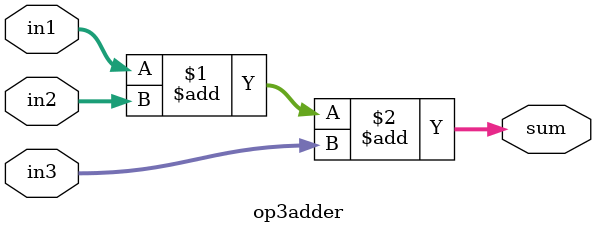
<source format=v>
module op3adder
#(parameter N = 8)
(
	input wire [N-1:0] in1,
	input wire [N-1:0] in2,
	input wire [N-1:0] in3,
	output wire [N-1:0] sum
);

assign sum = in1 + in2 + in3;

endmodule
</source>
